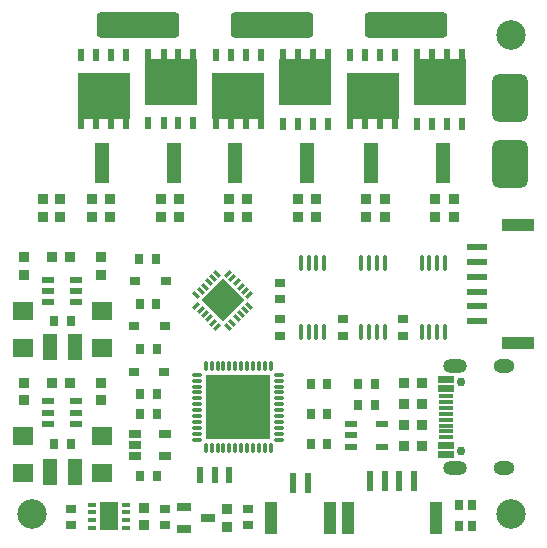
<source format=gbr>
%TF.GenerationSoftware,KiCad,Pcbnew,9.0.0-rc3-101-g1c85751bf0*%
%TF.CreationDate,2025-12-24T13:29:29+08:00*%
%TF.ProjectId,M4310_Drv,4d343331-305f-4447-9276-2e6b69636164,rev?*%
%TF.SameCoordinates,Original*%
%TF.FileFunction,Soldermask,Top*%
%TF.FilePolarity,Negative*%
%FSLAX46Y46*%
G04 Gerber Fmt 4.6, Leading zero omitted, Abs format (unit mm)*
G04 Created by KiCad (PCBNEW 9.0.0-rc3-101-g1c85751bf0) date 2025-12-24 13:29:29*
%MOMM*%
%LPD*%
G01*
G04 APERTURE LIST*
G04 Aperture macros list*
%AMRoundRect*
0 Rectangle with rounded corners*
0 $1 Rounding radius*
0 $2 $3 $4 $5 $6 $7 $8 $9 X,Y pos of 4 corners*
0 Add a 4 corners polygon primitive as box body*
4,1,4,$2,$3,$4,$5,$6,$7,$8,$9,$2,$3,0*
0 Add four circle primitives for the rounded corners*
1,1,$1+$1,$2,$3*
1,1,$1+$1,$4,$5*
1,1,$1+$1,$6,$7*
1,1,$1+$1,$8,$9*
0 Add four rect primitives between the rounded corners*
20,1,$1+$1,$2,$3,$4,$5,0*
20,1,$1+$1,$4,$5,$6,$7,0*
20,1,$1+$1,$6,$7,$8,$9,0*
20,1,$1+$1,$8,$9,$2,$3,0*%
%AMRotRect*
0 Rectangle, with rotation*
0 The origin of the aperture is its center*
0 $1 length*
0 $2 width*
0 $3 Rotation angle, in degrees counterclockwise*
0 Add horizontal line*
21,1,$1,$2,0,0,$3*%
%AMFreePoly0*
4,1,13,0.235355,0.685355,0.250000,0.650000,0.250000,-0.650000,0.235355,-0.685355,0.200000,-0.700000,-0.250000,-0.700000,-0.285355,-0.685355,-0.300000,-0.650000,-0.300000,0.650000,-0.285355,0.685355,-0.250000,0.700000,0.200000,0.700000,0.235355,0.685355,0.235355,0.685355,$1*%
G04 Aperture macros list end*
%ADD10R,1.200000X2.200000*%
%ADD11R,0.810000X0.860000*%
%ADD12R,0.800000X0.900000*%
%ADD13R,0.900000X0.800000*%
%ADD14RoundRect,0.500000X-1.000000X-1.500000X1.000000X-1.500000X1.000000X1.500000X-1.000000X1.500000X0*%
%ADD15O,0.350000X1.450000*%
%ADD16R,0.860000X0.810000*%
%ADD17R,0.600000X1.000000*%
%ADD18R,4.410000X4.000000*%
%ADD19R,1.100000X0.600000*%
%ADD20R,0.600000X1.700000*%
%ADD21R,1.000000X2.800000*%
%ADD22R,1.070000X0.530000*%
%ADD23R,0.700000X0.900000*%
%ADD24R,1.250000X0.700000*%
%ADD25R,1.730000X1.490000*%
%ADD26R,0.600000X1.400000*%
%ADD27R,0.900000X0.700000*%
%ADD28R,0.710000X0.360000*%
%ADD29R,1.600000X2.400000*%
%ADD30RoundRect,0.366667X-3.133333X-0.733333X3.133333X-0.733333X3.133333X0.733333X-3.133333X0.733333X0*%
%ADD31R,1.100000X0.700000*%
%ADD32R,1.280000X3.460000*%
%ADD33RotRect,0.280000X0.660000X45.000000*%
%ADD34RotRect,0.660000X0.280000X45.000000*%
%ADD35RotRect,2.550000X2.550000X45.000000*%
%ADD36C,0.750000*%
%ADD37O,2.000000X1.200000*%
%ADD38O,1.800000X1.200000*%
%ADD39FreePoly0,90.000000*%
%ADD40R,1.300000X0.300000*%
%ADD41R,1.700000X0.600000*%
%ADD42R,2.700000X1.000000*%
%ADD43O,0.280000X0.850000*%
%ADD44O,0.850000X0.280000*%
%ADD45R,5.500000X5.500000*%
%ADD46C,2.500000*%
G04 APERTURE END LIST*
D10*
%TO.C,L3*%
X161470000Y-122140000D03*
X163530000Y-122140000D03*
%TD*%
D11*
%TO.C,R10*%
X191434640Y-130475000D03*
X192934640Y-130475000D03*
%TD*%
D12*
%TO.C,C14*%
X187550000Y-125275000D03*
X188950000Y-125275000D03*
%TD*%
D13*
%TO.C,C29*%
X180950000Y-119765000D03*
X180950000Y-121165000D03*
%TD*%
D12*
%TO.C,C10*%
X163200000Y-130370000D03*
X161800000Y-130370000D03*
%TD*%
D14*
%TO.C,REF\u002A\u002A*%
X200375001Y-106600000D03*
%TD*%
D15*
%TO.C,U11*%
X184655000Y-114970000D03*
X183995000Y-114970000D03*
X183345000Y-114970000D03*
X182695000Y-114970000D03*
X182695000Y-120830000D03*
X183345000Y-120830000D03*
X183995000Y-120830000D03*
X184655000Y-120830000D03*
%TD*%
D16*
%TO.C,R32*%
X170815000Y-111125000D03*
X170815000Y-109625000D03*
%TD*%
D12*
%TO.C,C26*%
X184925000Y-127825000D03*
X183525000Y-127825000D03*
%TD*%
D16*
%TO.C,R35*%
X162325000Y-109625000D03*
X162325000Y-111125000D03*
%TD*%
D11*
%TO.C,R37*%
X163150000Y-114520000D03*
X161650000Y-114520000D03*
%TD*%
D17*
%TO.C,Q6*%
X192540000Y-103250000D03*
X193820000Y-103250000D03*
X195080000Y-103250000D03*
X196350000Y-103250000D03*
X196350000Y-97410000D03*
X195080000Y-97410000D03*
X193820000Y-97410000D03*
X192540000Y-97410000D03*
D18*
X194450000Y-99720000D03*
%TD*%
D16*
%TO.C,R22*%
X166550000Y-109625000D03*
X166550000Y-111125000D03*
%TD*%
D19*
%TO.C,U3*%
X186965000Y-128660000D03*
X186965000Y-129610000D03*
X186965000Y-130560000D03*
X189565000Y-130560000D03*
X189565000Y-128660000D03*
%TD*%
D16*
%TO.C,R31*%
X183950000Y-111125000D03*
X183950000Y-109625000D03*
%TD*%
D12*
%TO.C,C27*%
X163200000Y-119900000D03*
X161800000Y-119900000D03*
%TD*%
D17*
%TO.C,Q4*%
X181156000Y-103250000D03*
X182436000Y-103250000D03*
X183696000Y-103250000D03*
X184966000Y-103250000D03*
X184966000Y-97410000D03*
X183696000Y-97410000D03*
X182436000Y-97410000D03*
X181156000Y-97410000D03*
D18*
X183066000Y-99720000D03*
%TD*%
D20*
%TO.C,CN1*%
X182042500Y-133675000D03*
X183282500Y-133675000D03*
D21*
X180192500Y-136575000D03*
X185142500Y-136575000D03*
%TD*%
D12*
%TO.C,C25*%
X183500000Y-125275000D03*
X184900000Y-125275000D03*
%TD*%
%TO.C,C12*%
X184900000Y-130375000D03*
X183500000Y-130375000D03*
%TD*%
D16*
%TO.C,R23*%
X178120000Y-109625000D03*
X178120000Y-111125000D03*
%TD*%
D11*
%TO.C,R8*%
X163150000Y-125170000D03*
X161650000Y-125170000D03*
%TD*%
D16*
%TO.C,R12*%
X169412500Y-137225000D03*
X169412500Y-135725000D03*
%TD*%
D22*
%TO.C,U12*%
X163600000Y-128620000D03*
X163600000Y-127670000D03*
X163600000Y-126720000D03*
X161300000Y-126720000D03*
X161300000Y-127670000D03*
X161300000Y-128620000D03*
%TD*%
D16*
%TO.C,R25*%
X165000000Y-111125000D03*
X165000000Y-109625000D03*
%TD*%
D12*
%TO.C,C16*%
X169075000Y-127825000D03*
X170475000Y-127825000D03*
%TD*%
D22*
%TO.C,U13*%
X163600000Y-118322500D03*
X163600000Y-117372500D03*
X163600000Y-116422500D03*
X161300000Y-116422500D03*
X161300000Y-117372500D03*
X161300000Y-118322500D03*
%TD*%
D13*
%TO.C,C18*%
X163200000Y-137225000D03*
X163200000Y-135825000D03*
%TD*%
D23*
%TO.C,LED1*%
X196100000Y-137320000D03*
X197200000Y-137320000D03*
X197200000Y-135480000D03*
X196100000Y-135480000D03*
%TD*%
D12*
%TO.C,C15*%
X170475000Y-133020000D03*
X169075000Y-133020000D03*
%TD*%
D16*
%TO.C,R6*%
X159200000Y-126650000D03*
X159200000Y-125150000D03*
%TD*%
D17*
%TO.C,Q5*%
X190668000Y-97360000D03*
X189388000Y-97360000D03*
X188128000Y-97360000D03*
X186858000Y-97360000D03*
X186858000Y-103200000D03*
X188128000Y-103200000D03*
X189388000Y-103200000D03*
X190668000Y-103200000D03*
D18*
X188758000Y-100890000D03*
%TD*%
D17*
%TO.C,Q3*%
X179284000Y-97360000D03*
X178004000Y-97360000D03*
X176744000Y-97360000D03*
X175474000Y-97360000D03*
X175474000Y-103200000D03*
X176744000Y-103200000D03*
X178004000Y-103200000D03*
X179284000Y-103200000D03*
D18*
X177374000Y-100890000D03*
%TD*%
D13*
%TO.C,C31*%
X191325000Y-119765000D03*
X191325000Y-121165000D03*
%TD*%
D16*
%TO.C,R26*%
X176625000Y-111125000D03*
X176625000Y-109625000D03*
%TD*%
D14*
%TO.C,REF\u002A\u002A*%
X200375001Y-101050000D03*
%TD*%
D16*
%TO.C,R9*%
X176400833Y-135825000D03*
X176400833Y-137325000D03*
%TD*%
D24*
%TO.C,D1*%
X172786667Y-135675000D03*
X172786667Y-137575000D03*
X174786667Y-136625000D03*
%TD*%
D14*
%TO.C,*%
X200400000Y-106600000D03*
%TD*%
D10*
%TO.C,L2*%
X161470000Y-132720000D03*
X163530000Y-132720000D03*
%TD*%
D16*
%TO.C,R27*%
X188225000Y-111125000D03*
X188225000Y-109625000D03*
%TD*%
D25*
%TO.C,C9*%
X159175000Y-122240000D03*
X159175000Y-119060000D03*
%TD*%
D26*
%TO.C,X1*%
X176570000Y-133000000D03*
X175370000Y-133000000D03*
X174170000Y-133000000D03*
%TD*%
D13*
%TO.C,C20*%
X178225000Y-137225000D03*
X178225000Y-135825000D03*
%TD*%
D12*
%TO.C,C22*%
X170375000Y-114635000D03*
X168975000Y-114635000D03*
%TD*%
D16*
%TO.C,R33*%
X172350000Y-111125000D03*
X172350000Y-109625000D03*
%TD*%
D27*
%TO.C,D3*%
X171175000Y-120380000D03*
X168575000Y-120380000D03*
%TD*%
D15*
%TO.C,U9*%
X194880000Y-114970000D03*
X194220000Y-114970000D03*
X193570000Y-114970000D03*
X192920000Y-114970000D03*
X192920000Y-120830000D03*
X193570000Y-120830000D03*
X194220000Y-120830000D03*
X194880000Y-120830000D03*
%TD*%
D28*
%TO.C,U6*%
X165009167Y-135462500D03*
X165009167Y-136122500D03*
X165009167Y-136772500D03*
X165009167Y-137422500D03*
X167869167Y-137422500D03*
X167869167Y-136772500D03*
X167869167Y-136122500D03*
X167869167Y-135462500D03*
D29*
X166439167Y-136442500D03*
%TD*%
D25*
%TO.C,C11*%
X165825000Y-132820000D03*
X165825000Y-129640000D03*
%TD*%
D16*
%TO.C,R29*%
X194050000Y-111125000D03*
X194050000Y-109625000D03*
%TD*%
D30*
%TO.C,*%
X168850000Y-94900000D03*
%TD*%
%TO.C,*%
X180225000Y-94900000D03*
%TD*%
D16*
%TO.C,R7*%
X165750000Y-125150000D03*
X165750000Y-126650000D03*
%TD*%
D31*
%TO.C,U4*%
X168610000Y-129475000D03*
X168610000Y-130425000D03*
X168610000Y-131375000D03*
X171190000Y-131375000D03*
X171190000Y-129475000D03*
%TD*%
D12*
%TO.C,C17*%
X169075000Y-126093333D03*
X170475000Y-126093333D03*
%TD*%
D15*
%TO.C,U10*%
X189767500Y-114970000D03*
X189107500Y-114970000D03*
X188457500Y-114970000D03*
X187807500Y-114970000D03*
X187807500Y-120830000D03*
X188457500Y-120830000D03*
X189107500Y-120830000D03*
X189767500Y-120830000D03*
%TD*%
D16*
%TO.C,R39*%
X160850000Y-109625000D03*
X160850000Y-111125000D03*
%TD*%
D20*
%TO.C,U7*%
X188525000Y-133475000D03*
X189775000Y-133475000D03*
X191025000Y-133475000D03*
X192285000Y-133475000D03*
D21*
X194125000Y-136635000D03*
X186685000Y-136635000D03*
%TD*%
D32*
%TO.C,R21*%
X194725000Y-106550000D03*
X188585000Y-106550000D03*
%TD*%
D25*
%TO.C,C8*%
X159175000Y-132820000D03*
X159175000Y-129640000D03*
%TD*%
D11*
%TO.C,R13*%
X192934640Y-128708333D03*
X191434640Y-128708333D03*
%TD*%
D13*
%TO.C,C21*%
X180950000Y-116700000D03*
X180950000Y-118100000D03*
%TD*%
D12*
%TO.C,C23*%
X170425000Y-118465000D03*
X169025000Y-118465000D03*
%TD*%
D27*
%TO.C,D4*%
X171125000Y-124210000D03*
X168525000Y-124210000D03*
%TD*%
D16*
%TO.C,R24*%
X189775000Y-109625000D03*
X189775000Y-111125000D03*
%TD*%
D11*
%TO.C,R11*%
X192934640Y-125175000D03*
X191434640Y-125175000D03*
%TD*%
D32*
%TO.C,R19*%
X171950000Y-106550000D03*
X165810000Y-106550000D03*
%TD*%
D13*
%TO.C,C19*%
X171150000Y-137225000D03*
X171150000Y-135825000D03*
%TD*%
D27*
%TO.C,D2*%
X171225000Y-116550000D03*
X168625000Y-116550000D03*
%TD*%
D13*
%TO.C,C30*%
X186250000Y-119750000D03*
X186250000Y-121150000D03*
%TD*%
D32*
%TO.C,R20*%
X183240500Y-106550000D03*
X177100500Y-106550000D03*
%TD*%
D30*
%TO.C,*%
X191600000Y-94900000D03*
%TD*%
D25*
%TO.C,C34*%
X165825000Y-122240000D03*
X165825000Y-119060000D03*
%TD*%
D33*
%TO.C,U8*%
X176532233Y-120415361D03*
X176885787Y-120061808D03*
X177239340Y-119708255D03*
X177592894Y-119354701D03*
X177946447Y-119001148D03*
X178300000Y-118647594D03*
D34*
X178300000Y-117714214D03*
X177946447Y-117360660D03*
X177592894Y-117007107D03*
X177239340Y-116653553D03*
X176885787Y-116300000D03*
X176532233Y-115946447D03*
D33*
X175598853Y-115946447D03*
X175245299Y-116300000D03*
X174891746Y-116653553D03*
X174538192Y-117007107D03*
X174184639Y-117360660D03*
X173831086Y-117714214D03*
D34*
X173831086Y-118647594D03*
X174184639Y-119001148D03*
X174538192Y-119354701D03*
X174891746Y-119708255D03*
X175245299Y-120061808D03*
X175598853Y-120415361D03*
D35*
X176065543Y-118180904D03*
%TD*%
D36*
%TO.C,USBC1*%
X196237500Y-130925000D03*
X196237500Y-125125000D03*
D37*
X195737500Y-123695000D03*
D38*
X199917500Y-123695000D03*
X199917500Y-132355000D03*
D37*
X195737500Y-132355000D03*
D39*
X194977500Y-131225000D03*
X194977500Y-124825000D03*
X194972500Y-130425000D03*
X194977500Y-125625000D03*
D40*
X194977500Y-129275000D03*
X194977500Y-128275000D03*
X194977500Y-127775000D03*
X194977500Y-126775000D03*
X194977500Y-126275000D03*
X194977500Y-127275000D03*
X194977500Y-128775000D03*
X194977500Y-129775000D03*
%TD*%
D12*
%TO.C,C13*%
X187550000Y-127060000D03*
X188950000Y-127060000D03*
%TD*%
D17*
%TO.C,Q1*%
X167900000Y-97360000D03*
X166620000Y-97360000D03*
X165360000Y-97360000D03*
X164090000Y-97360000D03*
X164090000Y-103200000D03*
X165360000Y-103200000D03*
X166620000Y-103200000D03*
X167900000Y-103200000D03*
D18*
X165990000Y-100890000D03*
%TD*%
D16*
%TO.C,R28*%
X195605000Y-111125000D03*
X195605000Y-109625000D03*
%TD*%
D17*
%TO.C,Q2*%
X169772000Y-103200000D03*
X171052000Y-103200000D03*
X172312000Y-103200000D03*
X173582000Y-103200000D03*
X173582000Y-97360000D03*
X172312000Y-97360000D03*
X171052000Y-97360000D03*
X169772000Y-97360000D03*
D18*
X171682000Y-99670000D03*
%TD*%
D41*
%TO.C,CN2*%
X197600000Y-119930000D03*
X197600000Y-118680000D03*
X197600000Y-117430000D03*
X197600000Y-116180000D03*
X197600000Y-114930000D03*
X197600000Y-113680000D03*
D42*
X201100000Y-121770000D03*
X201100000Y-111830000D03*
%TD*%
D43*
%TO.C,U5*%
X174625000Y-130695000D03*
X175125000Y-130695000D03*
X175625001Y-130695000D03*
X176125000Y-130695000D03*
X176624999Y-130695000D03*
X177125000Y-130695000D03*
X177625000Y-130695000D03*
X178125001Y-130695000D03*
X178625000Y-130695000D03*
X179124999Y-130695000D03*
X179625000Y-130695000D03*
X180125000Y-130695000D03*
D44*
X180845000Y-129975000D03*
X180845000Y-129475000D03*
X180845000Y-128974999D03*
X180845000Y-128475000D03*
X180845000Y-127975001D03*
X180845000Y-127475000D03*
X180845000Y-126975000D03*
X180845000Y-126474999D03*
X180845000Y-125975000D03*
X180845000Y-125475001D03*
X180845000Y-124975000D03*
X180845000Y-124475000D03*
D43*
X180125000Y-123755000D03*
X179625000Y-123755000D03*
X179124999Y-123755000D03*
X178625000Y-123755000D03*
X178125001Y-123755000D03*
X177625000Y-123755000D03*
X177125000Y-123755000D03*
X176624999Y-123755000D03*
X176125000Y-123755000D03*
X175625001Y-123755000D03*
X175125000Y-123755000D03*
X174625000Y-123755000D03*
D44*
X173905000Y-124475000D03*
X173905000Y-124975000D03*
X173905000Y-125475001D03*
X173905000Y-125975000D03*
X173905000Y-126474999D03*
X173905000Y-126975000D03*
X173905000Y-127475000D03*
X173905000Y-127975001D03*
X173905000Y-128475000D03*
X173905000Y-128974999D03*
X173905000Y-129475000D03*
X173905000Y-129975000D03*
D45*
X177375000Y-127225000D03*
%TD*%
D16*
%TO.C,R36*%
X159200000Y-116000000D03*
X159200000Y-114500000D03*
%TD*%
D11*
%TO.C,R18*%
X192934640Y-126941667D03*
X191434640Y-126941667D03*
%TD*%
D16*
%TO.C,R38*%
X165750000Y-114500000D03*
X165750000Y-116000000D03*
%TD*%
D12*
%TO.C,C24*%
X170475000Y-122295000D03*
X169075000Y-122295000D03*
%TD*%
D16*
%TO.C,R30*%
X182460000Y-111125000D03*
X182460000Y-109625000D03*
%TD*%
D46*
X200467767Y-95714482D03*
X159932232Y-136250013D03*
X200467767Y-136250001D03*
M02*

</source>
